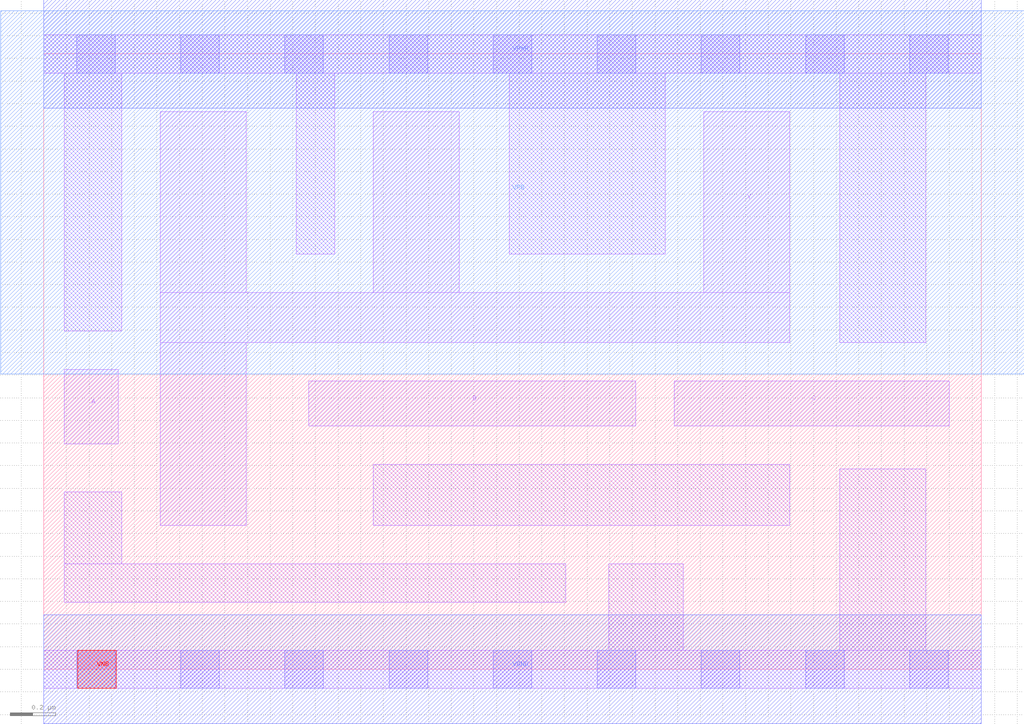
<source format=lef>
# Copyright 2020 The SkyWater PDK Authors
#
# Licensed under the Apache License, Version 2.0 (the "License");
# you may not use this file except in compliance with the License.
# You may obtain a copy of the License at
#
#     https://www.apache.org/licenses/LICENSE-2.0
#
# Unless required by applicable law or agreed to in writing, software
# distributed under the License is distributed on an "AS IS" BASIS,
# WITHOUT WARRANTIES OR CONDITIONS OF ANY KIND, either express or implied.
# See the License for the specific language governing permissions and
# limitations under the License.
#
# SPDX-License-Identifier: Apache-2.0

VERSION 5.7 ;
  NOWIREEXTENSIONATPIN ON ;
  DIVIDERCHAR "/" ;
  BUSBITCHARS "[]" ;
PROPERTYDEFINITIONS
  MACRO maskLayoutSubType STRING ;
  MACRO prCellType STRING ;
  MACRO originalViewName STRING ;
END PROPERTYDEFINITIONS
MACRO sky130_fd_sc_hdll__nand3_2
  CLASS CORE ;
  FOREIGN sky130_fd_sc_hdll__nand3_2 ;
  ORIGIN  0.000000  0.000000 ;
  SIZE  4.140000 BY  2.720000 ;
  SYMMETRY X Y R90 ;
  SITE unithd ;
  PIN A
    ANTENNAGATEAREA  0.555000 ;
    DIRECTION INPUT ;
    USE SIGNAL ;
    PORT
      LAYER li1 ;
        RECT 0.090000 0.995000 0.330000 1.325000 ;
    END
  END A
  PIN B
    ANTENNAGATEAREA  0.555000 ;
    DIRECTION INPUT ;
    USE SIGNAL ;
    PORT
      LAYER li1 ;
        RECT 1.170000 1.075000 2.615000 1.275000 ;
    END
  END B
  PIN C
    ANTENNAGATEAREA  0.555000 ;
    DIRECTION INPUT ;
    USE SIGNAL ;
    PORT
      LAYER li1 ;
        RECT 2.785000 1.075000 4.000000 1.275000 ;
    END
  END C
  PIN VGND
    ANTENNADIFFAREA  0.403000 ;
    DIRECTION INOUT ;
    USE SIGNAL ;
    PORT
      LAYER met1 ;
        RECT 0.000000 -0.240000 4.140000 0.240000 ;
    END
  END VGND
  PIN VNB
    PORT
      LAYER pwell ;
        RECT 0.150000 -0.085000 0.320000 0.085000 ;
    END
  END VNB
  PIN VPB
    PORT
      LAYER nwell ;
        RECT -0.190000 1.305000 4.330000 2.910000 ;
    END
  END VPB
  PIN VPWR
    ANTENNADIFFAREA  1.420000 ;
    DIRECTION INOUT ;
    USE SIGNAL ;
    PORT
      LAYER met1 ;
        RECT 0.000000 2.480000 4.140000 2.960000 ;
    END
  END VPWR
  PIN Y
    ANTENNADIFFAREA  1.078000 ;
    DIRECTION OUTPUT ;
    USE SIGNAL ;
    PORT
      LAYER li1 ;
        RECT 0.515000 0.635000 0.895000 1.445000 ;
        RECT 0.515000 1.445000 3.295000 1.665000 ;
        RECT 0.515000 1.665000 0.895000 2.465000 ;
        RECT 1.455000 1.665000 1.835000 2.465000 ;
        RECT 2.915000 1.665000 3.295000 2.465000 ;
    END
  END Y
  OBS
    LAYER li1 ;
      RECT 0.000000 -0.085000 4.140000 0.085000 ;
      RECT 0.000000  2.635000 4.140000 2.805000 ;
      RECT 0.090000  0.295000 2.305000 0.465000 ;
      RECT 0.090000  0.465000 0.345000 0.785000 ;
      RECT 0.090000  1.495000 0.345000 2.635000 ;
      RECT 1.115000  1.835000 1.285000 2.635000 ;
      RECT 1.455000  0.635000 3.295000 0.905000 ;
      RECT 2.055000  1.835000 2.745000 2.635000 ;
      RECT 2.495000  0.085000 2.825000 0.465000 ;
      RECT 3.515000  0.085000 3.895000 0.885000 ;
      RECT 3.515000  1.445000 3.895000 2.635000 ;
    LAYER mcon ;
      RECT 0.145000 -0.085000 0.315000 0.085000 ;
      RECT 0.145000  2.635000 0.315000 2.805000 ;
      RECT 0.605000 -0.085000 0.775000 0.085000 ;
      RECT 0.605000  2.635000 0.775000 2.805000 ;
      RECT 1.065000 -0.085000 1.235000 0.085000 ;
      RECT 1.065000  2.635000 1.235000 2.805000 ;
      RECT 1.525000 -0.085000 1.695000 0.085000 ;
      RECT 1.525000  2.635000 1.695000 2.805000 ;
      RECT 1.985000 -0.085000 2.155000 0.085000 ;
      RECT 1.985000  2.635000 2.155000 2.805000 ;
      RECT 2.445000 -0.085000 2.615000 0.085000 ;
      RECT 2.445000  2.635000 2.615000 2.805000 ;
      RECT 2.905000 -0.085000 3.075000 0.085000 ;
      RECT 2.905000  2.635000 3.075000 2.805000 ;
      RECT 3.365000 -0.085000 3.535000 0.085000 ;
      RECT 3.365000  2.635000 3.535000 2.805000 ;
      RECT 3.825000 -0.085000 3.995000 0.085000 ;
      RECT 3.825000  2.635000 3.995000 2.805000 ;
  END
  PROPERTY maskLayoutSubType "abstract" ;
  PROPERTY prCellType "standard" ;
  PROPERTY originalViewName "layout" ;
END sky130_fd_sc_hdll__nand3_2
END LIBRARY

</source>
